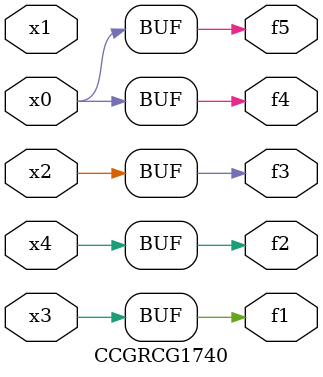
<source format=v>
module CCGRCG1740(
	input x0, x1, x2, x3, x4,
	output f1, f2, f3, f4, f5
);
	assign f1 = x3;
	assign f2 = x4;
	assign f3 = x2;
	assign f4 = x0;
	assign f5 = x0;
endmodule

</source>
